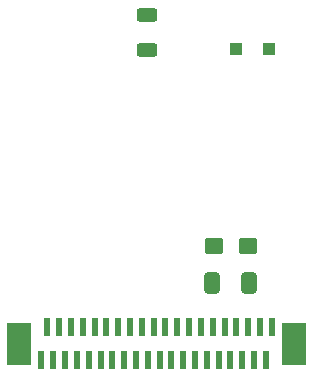
<source format=gbr>
%TF.GenerationSoftware,KiCad,Pcbnew,9.0.0*%
%TF.CreationDate,2025-06-13T13:21:56+01:00*%
%TF.ProjectId,KiCAD_uPicomac3_4,4b694341-445f-4755-9069-636f6d616333,rev?*%
%TF.SameCoordinates,Original*%
%TF.FileFunction,Paste,Top*%
%TF.FilePolarity,Positive*%
%FSLAX46Y46*%
G04 Gerber Fmt 4.6, Leading zero omitted, Abs format (unit mm)*
G04 Created by KiCad (PCBNEW 9.0.0) date 2025-06-13 13:21:56*
%MOMM*%
%LPD*%
G01*
G04 APERTURE LIST*
G04 Aperture macros list*
%AMRoundRect*
0 Rectangle with rounded corners*
0 $1 Rounding radius*
0 $2 $3 $4 $5 $6 $7 $8 $9 X,Y pos of 4 corners*
0 Add a 4 corners polygon primitive as box body*
4,1,4,$2,$3,$4,$5,$6,$7,$8,$9,$2,$3,0*
0 Add four circle primitives for the rounded corners*
1,1,$1+$1,$2,$3*
1,1,$1+$1,$4,$5*
1,1,$1+$1,$6,$7*
1,1,$1+$1,$8,$9*
0 Add four rect primitives between the rounded corners*
20,1,$1+$1,$2,$3,$4,$5,0*
20,1,$1+$1,$4,$5,$6,$7,0*
20,1,$1+$1,$6,$7,$8,$9,0*
20,1,$1+$1,$8,$9,$2,$3,0*%
G04 Aperture macros list end*
%ADD10RoundRect,0.250000X-0.537500X-0.425000X0.537500X-0.425000X0.537500X0.425000X-0.537500X0.425000X0*%
%ADD11RoundRect,0.250000X-0.412500X-0.650000X0.412500X-0.650000X0.412500X0.650000X-0.412500X0.650000X0*%
%ADD12RoundRect,0.250000X-0.300000X-0.300000X0.300000X-0.300000X0.300000X0.300000X-0.300000X0.300000X0*%
%ADD13RoundRect,0.250000X-0.625000X0.312500X-0.625000X-0.312500X0.625000X-0.312500X0.625000X0.312500X0*%
%ADD14R,0.600000X1.500000*%
%ADD15R,2.000000X3.600000*%
G04 APERTURE END LIST*
D10*
%TO.C,C1*%
X128705779Y-70325603D03*
X131580779Y-70325603D03*
%TD*%
D11*
%TO.C,C2*%
X128585779Y-73440603D03*
X131710779Y-73440603D03*
%TD*%
D12*
%TO.C,D1*%
X130550000Y-53710000D03*
X133350000Y-53710000D03*
%TD*%
D13*
%TO.C,R1*%
X123060000Y-50816274D03*
X123060000Y-53741274D03*
%TD*%
D14*
%TO.C,J1*%
X114104258Y-80011131D03*
X114604258Y-77211131D03*
X115104258Y-80011131D03*
X115604258Y-77211131D03*
X116104258Y-80011131D03*
X116604258Y-77211131D03*
X117104258Y-80011131D03*
X117604258Y-77211131D03*
X118104258Y-80011131D03*
X118604258Y-77211131D03*
X119104258Y-80011131D03*
X119604258Y-77211131D03*
X120104258Y-80011131D03*
X120604258Y-77211131D03*
X121104258Y-80011131D03*
X121604258Y-77211131D03*
X122104258Y-80011131D03*
X122604258Y-77211131D03*
X123104258Y-80011131D03*
X123604258Y-77211131D03*
X124104258Y-80011131D03*
X124604258Y-77211131D03*
X125104258Y-80011131D03*
X125604258Y-77211131D03*
X126104258Y-80011131D03*
X126604258Y-77211131D03*
X127104258Y-80011131D03*
X127604258Y-77211131D03*
X128104258Y-80011131D03*
X128604258Y-77211131D03*
X129104258Y-80011131D03*
X129604258Y-77211131D03*
X130104258Y-80011131D03*
X130604258Y-77211131D03*
X131104258Y-80011131D03*
X131604258Y-77211131D03*
X132104258Y-80011131D03*
X132604258Y-77211131D03*
X133104258Y-80011131D03*
X133604258Y-77211131D03*
D15*
X112226408Y-78614928D03*
X135456886Y-78610777D03*
%TD*%
M02*

</source>
